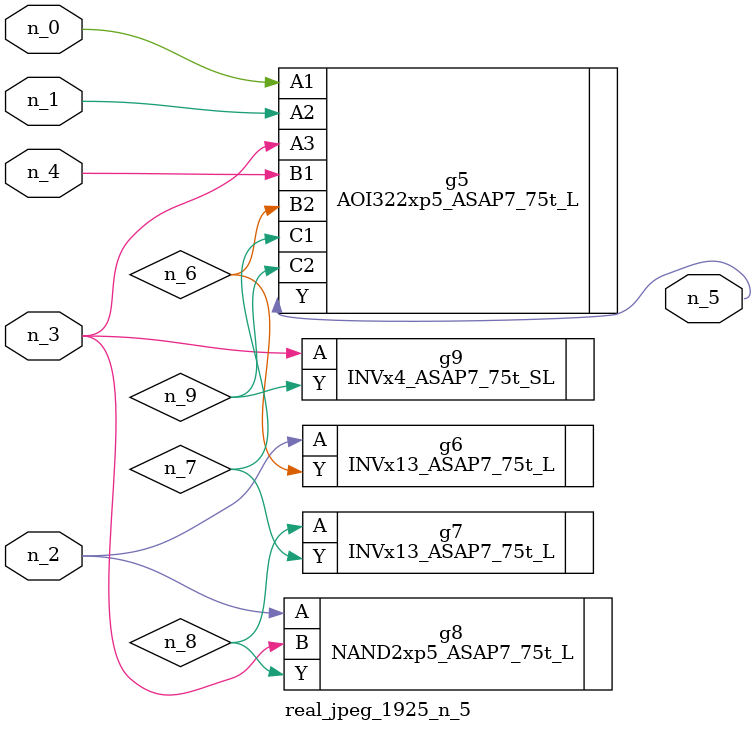
<source format=v>
module real_jpeg_1925_n_5 (n_4, n_0, n_1, n_2, n_3, n_5);

input n_4;
input n_0;
input n_1;
input n_2;
input n_3;

output n_5;

wire n_8;
wire n_6;
wire n_7;
wire n_9;

AOI322xp5_ASAP7_75t_L g5 ( 
.A1(n_0),
.A2(n_1),
.A3(n_3),
.B1(n_4),
.B2(n_6),
.C1(n_7),
.C2(n_9),
.Y(n_5)
);

INVx13_ASAP7_75t_L g6 ( 
.A(n_2),
.Y(n_6)
);

NAND2xp5_ASAP7_75t_L g8 ( 
.A(n_2),
.B(n_3),
.Y(n_8)
);

INVx4_ASAP7_75t_SL g9 ( 
.A(n_3),
.Y(n_9)
);

INVx13_ASAP7_75t_L g7 ( 
.A(n_8),
.Y(n_7)
);


endmodule
</source>
